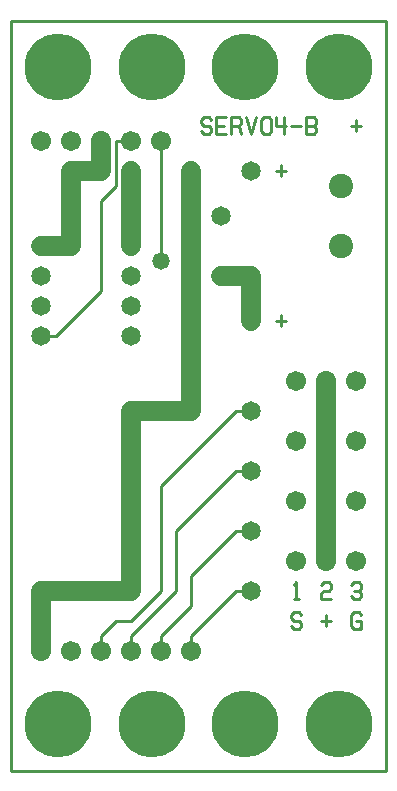
<source format=gtl>
%MOIN*%
%FSLAX25Y25*%
G04 D10 used for Character Trace; *
G04     Circle (OD=.01000) (No hole)*
G04 D11 used for Power Trace; *
G04     Circle (OD=.06700) (No hole)*
G04 D12 used for Signal Trace; *
G04     Circle (OD=.01100) (No hole)*
G04 D13 used for Via; *
G04     Circle (OD=.05800) (Round. Hole ID=.02800)*
G04 D14 used for Component hole; *
G04     Circle (OD=.06500) (Round. Hole ID=.03500)*
G04 D15 used for Component hole; *
G04     Circle (OD=.06700) (Round. Hole ID=.04300)*
G04 D16 used for Component hole; *
G04     Circle (OD=.08100) (Round. Hole ID=.05100)*
G04 D17 used for Component hole; *
G04     Circle (OD=.08900) (Round. Hole ID=.05900)*
G04 D18 used for Component hole; *
G04     Circle (OD=.11300) (Round. Hole ID=.08300)*
G04 D19 used for Component hole; *
G04     Circle (OD=.16000) (Round. Hole ID=.13000)*
G04 D20 used for Component hole; *
G04     Circle (OD=.18300) (Round. Hole ID=.15300)*
G04 D21 used for Component hole; *
G04     Circle (OD=.22291) (Round. Hole ID=.19291)*
%ADD10C,.01000*%
%ADD11C,.06700*%
%ADD12C,.01100*%
%ADD13C,.05800*%
%ADD14C,.06500*%
%ADD15C,.06700*%
%ADD16C,.08100*%
%ADD17C,.08900*%
%ADD18C,.11300*%
%ADD19C,.16000*%
%ADD20C,.18300*%
%ADD21C,.22291*%
%IPPOS*%
%LPD*%
G90*X0Y0D02*D21*X15625Y15625D03*D15*              
X40000Y40000D03*D12*Y45000D01*X55000Y60000D01*    
Y80000D01*X75000Y100000D01*X80000D01*D14*D03*D15* 
X95000Y90000D03*Y110000D03*D11*X40000Y120000D02*  
X60000D01*D14*X40000D03*D11*Y100000D01*D14*D03*   
D11*Y80000D01*D14*D03*D11*Y60000D01*D14*D03*D11*  
X10000D01*Y40000D01*D15*D03*X20000D03*X30000D03*  
D12*Y45000D01*X35000Y50000D01*X40000D01*          
X50000Y60000D01*Y95000D01*X75000Y120000D01*       
X80000D01*D14*D03*D15*X95000Y130000D03*D11*       
X60000Y120000D02*Y150000D01*D14*D03*D11*          
Y175000D01*D14*D03*D11*Y200000D01*D14*D03*D15*    
X50000Y210000D03*D12*Y170000D01*D13*D03*D14*      
X40000Y175000D03*D11*Y190000D01*D14*D03*D11*      
Y200000D01*D13*D03*D12*X30000Y190000D02*          
X35000Y195000D01*X30000Y160000D02*Y190000D01*     
X15000Y145000D02*X30000Y160000D01*                
X10000Y145000D02*X15000D01*D14*X10000D03*         
Y155000D03*Y165000D03*D11*Y175000D02*X20000D01*   
D14*X10000D03*D11*X20000D02*Y190000D01*D14*D03*   
D11*Y200000D01*X30000D01*Y210000D01*D15*D03*D12*  
X35000Y195000D02*Y210000D01*D15*X20000D03*        
X40000D03*D12*X35000D01*D21*X46875Y234375D03*D15* 
X10000Y210000D03*D21*X15625Y234375D03*D10*        
X66674Y216914D02*X65837Y217871D01*X64163D01*      
X63326Y216914D01*Y215957D01*X64163Y215000D01*     
X65837D01*X66674Y214043D01*Y213086D01*            
X65837Y212129D01*X64163D01*X63326Y213086D01*      
X71674Y212129D02*X68326D01*Y217871D01*X71674D01*  
X68326Y215000D02*X70837D01*X73326Y212129D02*      
Y217871D01*X75837D01*X76674Y216914D01*Y215957D01* 
X75837Y215000D01*X73326D01*X75837D02*             
X76674Y212129D01*X78326Y217871D02*                
X80000Y212129D01*X81674Y217871D01*                
X86674Y213086D02*X85837Y212129D01*X84163D01*      
X83326Y213086D01*Y216914D01*X84163Y217871D01*     
X85837D01*X86674Y216914D01*Y213086D01*            
X90837Y217871D02*Y212129D01*X88326Y217871D02*     
Y215000D01*X91674D01*X93326D02*X96674D01*         
X98326Y212129D02*Y217871D01*X100837D01*           
X101674Y216914D01*Y215957D01*X100837Y215000D01*   
X101674Y214043D01*Y213086D01*X100837Y212129D01*   
X98326D01*Y215000D02*X100837D01*D14*              
X70000Y185000D03*D12*X0Y0D02*Y250000D01*Y0D02*    
X125000D01*Y250000D01*X0D01*D14*X80000Y200000D03* 
D21*X78125Y234375D03*D14*X40000Y165000D03*        
X70000D03*D11*X80000D01*Y150000D01*D14*D03*D10*   
X88326D02*X91674D01*X90000Y151914D02*Y148086D01*  
D15*X105000Y130000D03*D11*Y110000D01*D15*D03*D11* 
Y90000D01*D15*D03*D11*Y70000D01*D15*D03*D10*      
X113326Y61914D02*X114163Y62871D01*X115837D01*     
X116674Y61914D01*Y60957D01*X115837Y60000D01*      
X114163D01*X115837D02*X116674Y59043D01*Y58086D01* 
X115837Y57129D01*X114163D01*X113326Y58086D01*     
X94163Y61914D02*X95000Y62871D01*Y57129D01*        
X94163D02*X95837D01*D15*X115000Y70000D03*         
X95000D03*D10*X103326Y61914D02*X104163Y62871D01*  
X105837D01*X106674Y61914D01*Y60957D01*            
X105837Y60000D01*X104163D01*X103326Y59043D01*     
Y57129D01*X106674D01*D15*X115000Y90000D03*D10*    
X96674Y51914D02*X95837Y52871D01*X94163D01*        
X93326Y51914D01*Y50957D01*X94163Y50000D01*        
X95837D01*X96674Y49043D01*Y48086D01*              
X95837Y47129D01*X94163D01*X93326Y48086D01*        
X103326Y50000D02*X106674D01*X105000Y51914D02*     
Y48086D01*X116674D02*X115837Y47129D01*X114163D01* 
X113326Y48086D01*Y51914D01*X114163Y52871D01*      
X115837D01*X116674Y51914D01*X115000Y50000D02*     
X116674D01*Y47129D01*D14*X80000Y80000D03*D12*     
X75000D01*X60000Y65000D01*Y55000D01*              
X50000Y45000D01*Y40000D01*D15*D03*X60000D03*D12*  
Y45000D01*X75000Y60000D01*X80000D01*D14*D03*D21*  
X46875Y15625D03*X78125D03*X109375D03*D15*         
X115000Y110000D03*Y130000D03*D14*X40000Y145000D03*
Y155000D03*D16*X110000Y175000D03*Y195000D03*D10*  
X88326Y200000D02*X91674D01*X90000Y201914D02*      
Y198086D01*X113326Y215000D02*X116674D01*          
X115000Y216914D02*Y213086D01*D21*                 
X109375Y234375D03*M02*                            

</source>
